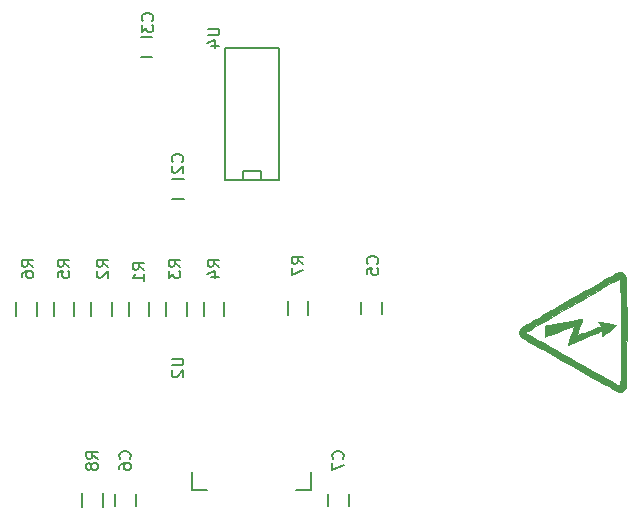
<source format=gbo>
G04 #@! TF.FileFunction,Legend,Bot*
%FSLAX46Y46*%
G04 Gerber Fmt 4.6, Leading zero omitted, Abs format (unit mm)*
G04 Created by KiCad (PCBNEW 4.0.2+e4-6225~38~ubuntu14.04.1-stable) date Sun 31 Jul 2016 09:36:03 AM CEST*
%MOMM*%
G01*
G04 APERTURE LIST*
%ADD10C,0.100000*%
%ADD11C,0.150000*%
%ADD12C,0.010000*%
%ADD13C,0.300000*%
G04 APERTURE END LIST*
D10*
D11*
X125595000Y-83781000D02*
X124595000Y-83781000D01*
X124595000Y-82081000D02*
X125595000Y-82081000D01*
X122928000Y-71716000D02*
X121928000Y-71716000D01*
X121928000Y-70016000D02*
X122928000Y-70016000D01*
X120918000Y-92491000D02*
X120918000Y-93691000D01*
X122668000Y-93691000D02*
X122668000Y-92491000D01*
X117743000Y-92491000D02*
X117743000Y-93691000D01*
X119493000Y-93691000D02*
X119493000Y-92491000D01*
X124093000Y-92491000D02*
X124093000Y-93691000D01*
X125843000Y-93691000D02*
X125843000Y-92491000D01*
X127268000Y-92491000D02*
X127268000Y-93691000D01*
X129018000Y-93691000D02*
X129018000Y-92491000D01*
X114568000Y-92491000D02*
X114568000Y-93691000D01*
X116318000Y-93691000D02*
X116318000Y-92491000D01*
X111393000Y-92491000D02*
X111393000Y-93691000D01*
X113143000Y-93691000D02*
X113143000Y-92491000D01*
X134380000Y-92364000D02*
X134380000Y-93564000D01*
X136130000Y-93564000D02*
X136130000Y-92364000D01*
X126318000Y-108371000D02*
X127568000Y-108371000D01*
X126318000Y-108371000D02*
X126318000Y-106871000D01*
X136318000Y-108371000D02*
X136318000Y-106871000D01*
X136318000Y-108371000D02*
X135068000Y-108371000D01*
X132080000Y-82169000D02*
X132080000Y-81407000D01*
X132080000Y-81407000D02*
X130556000Y-81407000D01*
X130556000Y-81407000D02*
X130556000Y-82169000D01*
X133604000Y-70993000D02*
X129032000Y-70993000D01*
X129032000Y-70993000D02*
X129032000Y-82169000D01*
X129032000Y-82169000D02*
X133604000Y-82169000D01*
X133604000Y-82169000D02*
X133604000Y-70993000D01*
X140628000Y-93464000D02*
X140628000Y-92464000D01*
X142328000Y-92464000D02*
X142328000Y-93464000D01*
X116981000Y-108620000D02*
X116981000Y-109820000D01*
X118731000Y-109820000D02*
X118731000Y-108620000D01*
X119800000Y-109720000D02*
X119800000Y-108720000D01*
X121500000Y-108720000D02*
X121500000Y-109720000D01*
X137834000Y-109720000D02*
X137834000Y-108720000D01*
X139534000Y-108720000D02*
X139534000Y-109720000D01*
D12*
G36*
X153988723Y-95152485D02*
X154044323Y-95292066D01*
X154156790Y-95429623D01*
X154328233Y-95568688D01*
X154549133Y-95706252D01*
X154634956Y-95754702D01*
X154769824Y-95830800D01*
X154947329Y-95930932D01*
X155161062Y-96051483D01*
X155404615Y-96188838D01*
X155671578Y-96339384D01*
X155955544Y-96499506D01*
X156250104Y-96665590D01*
X156379334Y-96738451D01*
X156671971Y-96903470D01*
X157010847Y-97094615D01*
X157386775Y-97306702D01*
X157790567Y-97534545D01*
X158213037Y-97772960D01*
X158644997Y-98016763D01*
X159077260Y-98260767D01*
X159500638Y-98499789D01*
X159905944Y-98728643D01*
X160084127Y-98829266D01*
X160432961Y-99025707D01*
X160767279Y-99212888D01*
X161082645Y-99388387D01*
X161374622Y-99549785D01*
X161638771Y-99694661D01*
X161870655Y-99820595D01*
X162065838Y-99925167D01*
X162219882Y-100005957D01*
X162328348Y-100060545D01*
X162386801Y-100086509D01*
X162391974Y-100088026D01*
X162574980Y-100099116D01*
X162743033Y-100051492D01*
X162887002Y-99949831D01*
X162997760Y-99798811D01*
X163011763Y-99770437D01*
X163018960Y-99750832D01*
X163025476Y-99722436D01*
X163031348Y-99682143D01*
X163036615Y-99626848D01*
X163041314Y-99553447D01*
X163045483Y-99458834D01*
X163049160Y-99339904D01*
X163052381Y-99193554D01*
X163055185Y-99016678D01*
X163057609Y-98806170D01*
X163059692Y-98558928D01*
X163061470Y-98271844D01*
X163062981Y-97941816D01*
X163064264Y-97565737D01*
X163065355Y-97140503D01*
X163066293Y-96663009D01*
X163067115Y-96130151D01*
X163067858Y-95538823D01*
X163068333Y-95107404D01*
X163068706Y-94571830D01*
X163068697Y-94052272D01*
X163068324Y-93552438D01*
X163067604Y-93076037D01*
X163066555Y-92626777D01*
X163065195Y-92208366D01*
X163063542Y-91824513D01*
X163061614Y-91478926D01*
X163059428Y-91175313D01*
X163057003Y-90917383D01*
X163054356Y-90708843D01*
X163051506Y-90553403D01*
X163048469Y-90454770D01*
X163045763Y-90418406D01*
X162981691Y-90229831D01*
X162874382Y-90086195D01*
X162749914Y-90001016D01*
X162606470Y-89947534D01*
X162519126Y-89942632D01*
X162519126Y-90478845D01*
X162540975Y-90479751D01*
X162541953Y-90480931D01*
X162545039Y-90517021D01*
X162547964Y-90612375D01*
X162550725Y-90762598D01*
X162553317Y-90963295D01*
X162555736Y-91210071D01*
X162557977Y-91498531D01*
X162560037Y-91824281D01*
X162561911Y-92182925D01*
X162563594Y-92570068D01*
X162565083Y-92981316D01*
X162566372Y-93412273D01*
X162567458Y-93858545D01*
X162568337Y-94315736D01*
X162569003Y-94779451D01*
X162569453Y-95245297D01*
X162569682Y-95708877D01*
X162569686Y-96165796D01*
X162569461Y-96611661D01*
X162569002Y-97042075D01*
X162568305Y-97452644D01*
X162567366Y-97838974D01*
X162566180Y-98196668D01*
X162564743Y-98521332D01*
X162563051Y-98808571D01*
X162561099Y-99053990D01*
X162558883Y-99253195D01*
X162556399Y-99401790D01*
X162553642Y-99495379D01*
X162550866Y-99529112D01*
X162513807Y-99572964D01*
X162491895Y-99579459D01*
X162484907Y-99579054D01*
X162475253Y-99576787D01*
X162460105Y-99571078D01*
X162436635Y-99560351D01*
X162402014Y-99543025D01*
X162353414Y-99517524D01*
X162288006Y-99482268D01*
X162202963Y-99435678D01*
X162095455Y-99376178D01*
X161962655Y-99302187D01*
X161801735Y-99212129D01*
X161609866Y-99104423D01*
X161384219Y-98977492D01*
X161121966Y-98829758D01*
X160820280Y-98659642D01*
X160476331Y-98465565D01*
X160087292Y-98245949D01*
X159650334Y-97999216D01*
X159162629Y-97723787D01*
X158814296Y-97527057D01*
X158423223Y-97306229D01*
X158029300Y-97083873D01*
X157638661Y-96863446D01*
X157257438Y-96648405D01*
X156891764Y-96442208D01*
X156547774Y-96248312D01*
X156231600Y-96070174D01*
X155949375Y-95911253D01*
X155707232Y-95775005D01*
X155511306Y-95664888D01*
X155432453Y-95620633D01*
X155180879Y-95478141D01*
X154964038Y-95352493D01*
X154786038Y-95246202D01*
X154650985Y-95161782D01*
X154562985Y-95101748D01*
X154526144Y-95068615D01*
X154525310Y-95065197D01*
X154554588Y-95033754D01*
X154628502Y-94979227D01*
X154735928Y-94909248D01*
X154865745Y-94831448D01*
X154867429Y-94830477D01*
X155039907Y-94731178D01*
X155260493Y-94604264D01*
X155522090Y-94453814D01*
X155817598Y-94283908D01*
X156139918Y-94098626D01*
X156481952Y-93902047D01*
X156836601Y-93698251D01*
X157196765Y-93491319D01*
X157555346Y-93285328D01*
X157905245Y-93084360D01*
X158239363Y-92892494D01*
X158511915Y-92736017D01*
X158786980Y-92578112D01*
X159104822Y-92395645D01*
X159453014Y-92195750D01*
X159819126Y-91985563D01*
X160190732Y-91772218D01*
X160555401Y-91562852D01*
X160900707Y-91364598D01*
X161086238Y-91258075D01*
X161420326Y-91066771D01*
X161703136Y-90906032D01*
X161938167Y-90773990D01*
X162128919Y-90668777D01*
X162278892Y-90588524D01*
X162391584Y-90531363D01*
X162470496Y-90495426D01*
X162519126Y-90478845D01*
X162519126Y-89942632D01*
X162476362Y-89940231D01*
X162344171Y-89972575D01*
X162297322Y-89994933D01*
X162198469Y-90047602D01*
X162047361Y-90130724D01*
X161843747Y-90244443D01*
X161587379Y-90388899D01*
X161278006Y-90564235D01*
X160915379Y-90770594D01*
X160499246Y-91008118D01*
X160029359Y-91276949D01*
X159505466Y-91577230D01*
X158927319Y-91909102D01*
X158294667Y-92272708D01*
X157607260Y-92668191D01*
X157572943Y-92687943D01*
X157412191Y-92780399D01*
X157205473Y-92899174D01*
X156962062Y-93038947D01*
X156691232Y-93194395D01*
X156402256Y-93360197D01*
X156104406Y-93531031D01*
X155806956Y-93701575D01*
X155631339Y-93802234D01*
X155362727Y-93956522D01*
X155108259Y-94103353D01*
X154873846Y-94239267D01*
X154665399Y-94360807D01*
X154488829Y-94464517D01*
X154350047Y-94546937D01*
X154254964Y-94604611D01*
X154210224Y-94633530D01*
X154134877Y-94708640D01*
X154062697Y-94810645D01*
X154039688Y-94853124D01*
X153987881Y-95007348D01*
X153988723Y-95152485D01*
X153988723Y-95152485D01*
G37*
X153988723Y-95152485D02*
X154044323Y-95292066D01*
X154156790Y-95429623D01*
X154328233Y-95568688D01*
X154549133Y-95706252D01*
X154634956Y-95754702D01*
X154769824Y-95830800D01*
X154947329Y-95930932D01*
X155161062Y-96051483D01*
X155404615Y-96188838D01*
X155671578Y-96339384D01*
X155955544Y-96499506D01*
X156250104Y-96665590D01*
X156379334Y-96738451D01*
X156671971Y-96903470D01*
X157010847Y-97094615D01*
X157386775Y-97306702D01*
X157790567Y-97534545D01*
X158213037Y-97772960D01*
X158644997Y-98016763D01*
X159077260Y-98260767D01*
X159500638Y-98499789D01*
X159905944Y-98728643D01*
X160084127Y-98829266D01*
X160432961Y-99025707D01*
X160767279Y-99212888D01*
X161082645Y-99388387D01*
X161374622Y-99549785D01*
X161638771Y-99694661D01*
X161870655Y-99820595D01*
X162065838Y-99925167D01*
X162219882Y-100005957D01*
X162328348Y-100060545D01*
X162386801Y-100086509D01*
X162391974Y-100088026D01*
X162574980Y-100099116D01*
X162743033Y-100051492D01*
X162887002Y-99949831D01*
X162997760Y-99798811D01*
X163011763Y-99770437D01*
X163018960Y-99750832D01*
X163025476Y-99722436D01*
X163031348Y-99682143D01*
X163036615Y-99626848D01*
X163041314Y-99553447D01*
X163045483Y-99458834D01*
X163049160Y-99339904D01*
X163052381Y-99193554D01*
X163055185Y-99016678D01*
X163057609Y-98806170D01*
X163059692Y-98558928D01*
X163061470Y-98271844D01*
X163062981Y-97941816D01*
X163064264Y-97565737D01*
X163065355Y-97140503D01*
X163066293Y-96663009D01*
X163067115Y-96130151D01*
X163067858Y-95538823D01*
X163068333Y-95107404D01*
X163068706Y-94571830D01*
X163068697Y-94052272D01*
X163068324Y-93552438D01*
X163067604Y-93076037D01*
X163066555Y-92626777D01*
X163065195Y-92208366D01*
X163063542Y-91824513D01*
X163061614Y-91478926D01*
X163059428Y-91175313D01*
X163057003Y-90917383D01*
X163054356Y-90708843D01*
X163051506Y-90553403D01*
X163048469Y-90454770D01*
X163045763Y-90418406D01*
X162981691Y-90229831D01*
X162874382Y-90086195D01*
X162749914Y-90001016D01*
X162606470Y-89947534D01*
X162519126Y-89942632D01*
X162519126Y-90478845D01*
X162540975Y-90479751D01*
X162541953Y-90480931D01*
X162545039Y-90517021D01*
X162547964Y-90612375D01*
X162550725Y-90762598D01*
X162553317Y-90963295D01*
X162555736Y-91210071D01*
X162557977Y-91498531D01*
X162560037Y-91824281D01*
X162561911Y-92182925D01*
X162563594Y-92570068D01*
X162565083Y-92981316D01*
X162566372Y-93412273D01*
X162567458Y-93858545D01*
X162568337Y-94315736D01*
X162569003Y-94779451D01*
X162569453Y-95245297D01*
X162569682Y-95708877D01*
X162569686Y-96165796D01*
X162569461Y-96611661D01*
X162569002Y-97042075D01*
X162568305Y-97452644D01*
X162567366Y-97838974D01*
X162566180Y-98196668D01*
X162564743Y-98521332D01*
X162563051Y-98808571D01*
X162561099Y-99053990D01*
X162558883Y-99253195D01*
X162556399Y-99401790D01*
X162553642Y-99495379D01*
X162550866Y-99529112D01*
X162513807Y-99572964D01*
X162491895Y-99579459D01*
X162484907Y-99579054D01*
X162475253Y-99576787D01*
X162460105Y-99571078D01*
X162436635Y-99560351D01*
X162402014Y-99543025D01*
X162353414Y-99517524D01*
X162288006Y-99482268D01*
X162202963Y-99435678D01*
X162095455Y-99376178D01*
X161962655Y-99302187D01*
X161801735Y-99212129D01*
X161609866Y-99104423D01*
X161384219Y-98977492D01*
X161121966Y-98829758D01*
X160820280Y-98659642D01*
X160476331Y-98465565D01*
X160087292Y-98245949D01*
X159650334Y-97999216D01*
X159162629Y-97723787D01*
X158814296Y-97527057D01*
X158423223Y-97306229D01*
X158029300Y-97083873D01*
X157638661Y-96863446D01*
X157257438Y-96648405D01*
X156891764Y-96442208D01*
X156547774Y-96248312D01*
X156231600Y-96070174D01*
X155949375Y-95911253D01*
X155707232Y-95775005D01*
X155511306Y-95664888D01*
X155432453Y-95620633D01*
X155180879Y-95478141D01*
X154964038Y-95352493D01*
X154786038Y-95246202D01*
X154650985Y-95161782D01*
X154562985Y-95101748D01*
X154526144Y-95068615D01*
X154525310Y-95065197D01*
X154554588Y-95033754D01*
X154628502Y-94979227D01*
X154735928Y-94909248D01*
X154865745Y-94831448D01*
X154867429Y-94830477D01*
X155039907Y-94731178D01*
X155260493Y-94604264D01*
X155522090Y-94453814D01*
X155817598Y-94283908D01*
X156139918Y-94098626D01*
X156481952Y-93902047D01*
X156836601Y-93698251D01*
X157196765Y-93491319D01*
X157555346Y-93285328D01*
X157905245Y-93084360D01*
X158239363Y-92892494D01*
X158511915Y-92736017D01*
X158786980Y-92578112D01*
X159104822Y-92395645D01*
X159453014Y-92195750D01*
X159819126Y-91985563D01*
X160190732Y-91772218D01*
X160555401Y-91562852D01*
X160900707Y-91364598D01*
X161086238Y-91258075D01*
X161420326Y-91066771D01*
X161703136Y-90906032D01*
X161938167Y-90773990D01*
X162128919Y-90668777D01*
X162278892Y-90588524D01*
X162391584Y-90531363D01*
X162470496Y-90495426D01*
X162519126Y-90478845D01*
X162519126Y-89942632D01*
X162476362Y-89940231D01*
X162344171Y-89972575D01*
X162297322Y-89994933D01*
X162198469Y-90047602D01*
X162047361Y-90130724D01*
X161843747Y-90244443D01*
X161587379Y-90388899D01*
X161278006Y-90564235D01*
X160915379Y-90770594D01*
X160499246Y-91008118D01*
X160029359Y-91276949D01*
X159505466Y-91577230D01*
X158927319Y-91909102D01*
X158294667Y-92272708D01*
X157607260Y-92668191D01*
X157572943Y-92687943D01*
X157412191Y-92780399D01*
X157205473Y-92899174D01*
X156962062Y-93038947D01*
X156691232Y-93194395D01*
X156402256Y-93360197D01*
X156104406Y-93531031D01*
X155806956Y-93701575D01*
X155631339Y-93802234D01*
X155362727Y-93956522D01*
X155108259Y-94103353D01*
X154873846Y-94239267D01*
X154665399Y-94360807D01*
X154488829Y-94464517D01*
X154350047Y-94546937D01*
X154254964Y-94604611D01*
X154210224Y-94633530D01*
X154134877Y-94708640D01*
X154062697Y-94810645D01*
X154039688Y-94853124D01*
X153987881Y-95007348D01*
X153988723Y-95152485D01*
G36*
X156174319Y-95113171D02*
X156179481Y-95250580D01*
X156187227Y-95351413D01*
X156196852Y-95404455D01*
X156201225Y-95409785D01*
X156236670Y-95398753D01*
X156324554Y-95367388D01*
X156457929Y-95318283D01*
X156629848Y-95254033D01*
X156833362Y-95177234D01*
X157061524Y-95090479D01*
X157275473Y-95008614D01*
X157607747Y-94881276D01*
X157885061Y-94775398D01*
X158111788Y-94689373D01*
X158292300Y-94621593D01*
X158430970Y-94570449D01*
X158532170Y-94534334D01*
X158600273Y-94511638D01*
X158639651Y-94500753D01*
X158654677Y-94500071D01*
X158655148Y-94501136D01*
X158644698Y-94532750D01*
X158615248Y-94616215D01*
X158569652Y-94743595D01*
X158510762Y-94906950D01*
X158441430Y-95098342D01*
X158367858Y-95300645D01*
X158291428Y-95512183D01*
X158223311Y-95704104D01*
X158166284Y-95868307D01*
X158123122Y-95996694D01*
X158096601Y-96081163D01*
X158089349Y-96113357D01*
X158120104Y-96111351D01*
X158196712Y-96087343D01*
X158307015Y-96045549D01*
X158416427Y-95999949D01*
X158519855Y-95955232D01*
X158672711Y-95889135D01*
X158865998Y-95805551D01*
X159090714Y-95708370D01*
X159337861Y-95601485D01*
X159598440Y-95488788D01*
X159846656Y-95381434D01*
X160096243Y-95273771D01*
X160327628Y-95174508D01*
X160534283Y-95086407D01*
X160709675Y-95012225D01*
X160847275Y-94954724D01*
X160940551Y-94916664D01*
X160982974Y-94900805D01*
X160984563Y-94900512D01*
X160996978Y-94929740D01*
X161006162Y-95007055D01*
X161010423Y-95116903D01*
X161010537Y-95139234D01*
X161012183Y-95253351D01*
X161016536Y-95337764D01*
X161022721Y-95376916D01*
X161023976Y-95377955D01*
X161053034Y-95358924D01*
X161122739Y-95306425D01*
X161224511Y-95227351D01*
X161349766Y-95128594D01*
X161489922Y-95017046D01*
X161636399Y-94899601D01*
X161780614Y-94783150D01*
X161913984Y-94674586D01*
X162027929Y-94580802D01*
X162113866Y-94508689D01*
X162163213Y-94465141D01*
X162171352Y-94456458D01*
X162173245Y-94425882D01*
X162163616Y-94423068D01*
X162125700Y-94416906D01*
X162034374Y-94399598D01*
X161898563Y-94372911D01*
X161727192Y-94338611D01*
X161529186Y-94298465D01*
X161382878Y-94268522D01*
X161172222Y-94226464D01*
X160986907Y-94191816D01*
X160834794Y-94165861D01*
X160723746Y-94149883D01*
X160661624Y-94145164D01*
X160651407Y-94149161D01*
X160680362Y-94191574D01*
X160735339Y-94267586D01*
X160798136Y-94352295D01*
X160859519Y-94439836D01*
X160898499Y-94506560D01*
X160906665Y-94537549D01*
X160872393Y-94553880D01*
X160787448Y-94588496D01*
X160660182Y-94638294D01*
X160498944Y-94700172D01*
X160312085Y-94771026D01*
X160107955Y-94847754D01*
X159894905Y-94927251D01*
X159681284Y-95006416D01*
X159475443Y-95082145D01*
X159285733Y-95151334D01*
X159120504Y-95210882D01*
X158988105Y-95257684D01*
X158896888Y-95288637D01*
X158855202Y-95300639D01*
X158853563Y-95300513D01*
X158860125Y-95268269D01*
X158885378Y-95184757D01*
X158926475Y-95058614D01*
X158980571Y-94898480D01*
X159044820Y-94712991D01*
X159081006Y-94610204D01*
X159149513Y-94415230D01*
X159209622Y-94241417D01*
X159258444Y-94097346D01*
X159293092Y-93991602D01*
X159310674Y-93932767D01*
X159312120Y-93923566D01*
X159279835Y-93926844D01*
X159192563Y-93940313D01*
X159057930Y-93962671D01*
X158883565Y-93992619D01*
X158677093Y-94028856D01*
X158446142Y-94070082D01*
X158334684Y-94090200D01*
X158060764Y-94139727D01*
X157777122Y-94190861D01*
X157498094Y-94241027D01*
X157238013Y-94287653D01*
X157011215Y-94328165D01*
X156832034Y-94359989D01*
X156824948Y-94361241D01*
X156643557Y-94393696D01*
X156481365Y-94423478D01*
X156349913Y-94448408D01*
X156260744Y-94466307D01*
X156228143Y-94473931D01*
X156206183Y-94486655D01*
X156190829Y-94515655D01*
X156180930Y-94570778D01*
X156175336Y-94661867D01*
X156172896Y-94798768D01*
X156172442Y-94950401D01*
X156174319Y-95113171D01*
X156174319Y-95113171D01*
G37*
X156174319Y-95113171D02*
X156179481Y-95250580D01*
X156187227Y-95351413D01*
X156196852Y-95404455D01*
X156201225Y-95409785D01*
X156236670Y-95398753D01*
X156324554Y-95367388D01*
X156457929Y-95318283D01*
X156629848Y-95254033D01*
X156833362Y-95177234D01*
X157061524Y-95090479D01*
X157275473Y-95008614D01*
X157607747Y-94881276D01*
X157885061Y-94775398D01*
X158111788Y-94689373D01*
X158292300Y-94621593D01*
X158430970Y-94570449D01*
X158532170Y-94534334D01*
X158600273Y-94511638D01*
X158639651Y-94500753D01*
X158654677Y-94500071D01*
X158655148Y-94501136D01*
X158644698Y-94532750D01*
X158615248Y-94616215D01*
X158569652Y-94743595D01*
X158510762Y-94906950D01*
X158441430Y-95098342D01*
X158367858Y-95300645D01*
X158291428Y-95512183D01*
X158223311Y-95704104D01*
X158166284Y-95868307D01*
X158123122Y-95996694D01*
X158096601Y-96081163D01*
X158089349Y-96113357D01*
X158120104Y-96111351D01*
X158196712Y-96087343D01*
X158307015Y-96045549D01*
X158416427Y-95999949D01*
X158519855Y-95955232D01*
X158672711Y-95889135D01*
X158865998Y-95805551D01*
X159090714Y-95708370D01*
X159337861Y-95601485D01*
X159598440Y-95488788D01*
X159846656Y-95381434D01*
X160096243Y-95273771D01*
X160327628Y-95174508D01*
X160534283Y-95086407D01*
X160709675Y-95012225D01*
X160847275Y-94954724D01*
X160940551Y-94916664D01*
X160982974Y-94900805D01*
X160984563Y-94900512D01*
X160996978Y-94929740D01*
X161006162Y-95007055D01*
X161010423Y-95116903D01*
X161010537Y-95139234D01*
X161012183Y-95253351D01*
X161016536Y-95337764D01*
X161022721Y-95376916D01*
X161023976Y-95377955D01*
X161053034Y-95358924D01*
X161122739Y-95306425D01*
X161224511Y-95227351D01*
X161349766Y-95128594D01*
X161489922Y-95017046D01*
X161636399Y-94899601D01*
X161780614Y-94783150D01*
X161913984Y-94674586D01*
X162027929Y-94580802D01*
X162113866Y-94508689D01*
X162163213Y-94465141D01*
X162171352Y-94456458D01*
X162173245Y-94425882D01*
X162163616Y-94423068D01*
X162125700Y-94416906D01*
X162034374Y-94399598D01*
X161898563Y-94372911D01*
X161727192Y-94338611D01*
X161529186Y-94298465D01*
X161382878Y-94268522D01*
X161172222Y-94226464D01*
X160986907Y-94191816D01*
X160834794Y-94165861D01*
X160723746Y-94149883D01*
X160661624Y-94145164D01*
X160651407Y-94149161D01*
X160680362Y-94191574D01*
X160735339Y-94267586D01*
X160798136Y-94352295D01*
X160859519Y-94439836D01*
X160898499Y-94506560D01*
X160906665Y-94537549D01*
X160872393Y-94553880D01*
X160787448Y-94588496D01*
X160660182Y-94638294D01*
X160498944Y-94700172D01*
X160312085Y-94771026D01*
X160107955Y-94847754D01*
X159894905Y-94927251D01*
X159681284Y-95006416D01*
X159475443Y-95082145D01*
X159285733Y-95151334D01*
X159120504Y-95210882D01*
X158988105Y-95257684D01*
X158896888Y-95288637D01*
X158855202Y-95300639D01*
X158853563Y-95300513D01*
X158860125Y-95268269D01*
X158885378Y-95184757D01*
X158926475Y-95058614D01*
X158980571Y-94898480D01*
X159044820Y-94712991D01*
X159081006Y-94610204D01*
X159149513Y-94415230D01*
X159209622Y-94241417D01*
X159258444Y-94097346D01*
X159293092Y-93991602D01*
X159310674Y-93932767D01*
X159312120Y-93923566D01*
X159279835Y-93926844D01*
X159192563Y-93940313D01*
X159057930Y-93962671D01*
X158883565Y-93992619D01*
X158677093Y-94028856D01*
X158446142Y-94070082D01*
X158334684Y-94090200D01*
X158060764Y-94139727D01*
X157777122Y-94190861D01*
X157498094Y-94241027D01*
X157238013Y-94287653D01*
X157011215Y-94328165D01*
X156832034Y-94359989D01*
X156824948Y-94361241D01*
X156643557Y-94393696D01*
X156481365Y-94423478D01*
X156349913Y-94448408D01*
X156260744Y-94466307D01*
X156228143Y-94473931D01*
X156206183Y-94486655D01*
X156190829Y-94515655D01*
X156180930Y-94570778D01*
X156175336Y-94661867D01*
X156172896Y-94798768D01*
X156172442Y-94950401D01*
X156174319Y-95113171D01*
D11*
X125452143Y-80605334D02*
X125499762Y-80557715D01*
X125547381Y-80414858D01*
X125547381Y-80319620D01*
X125499762Y-80176762D01*
X125404524Y-80081524D01*
X125309286Y-80033905D01*
X125118810Y-79986286D01*
X124975952Y-79986286D01*
X124785476Y-80033905D01*
X124690238Y-80081524D01*
X124595000Y-80176762D01*
X124547381Y-80319620D01*
X124547381Y-80414858D01*
X124595000Y-80557715D01*
X124642619Y-80605334D01*
X124642619Y-80986286D02*
X124595000Y-81033905D01*
X124547381Y-81129143D01*
X124547381Y-81367239D01*
X124595000Y-81462477D01*
X124642619Y-81510096D01*
X124737857Y-81557715D01*
X124833095Y-81557715D01*
X124975952Y-81510096D01*
X125547381Y-80938667D01*
X125547381Y-81557715D01*
X122912143Y-68667334D02*
X122959762Y-68619715D01*
X123007381Y-68476858D01*
X123007381Y-68381620D01*
X122959762Y-68238762D01*
X122864524Y-68143524D01*
X122769286Y-68095905D01*
X122578810Y-68048286D01*
X122435952Y-68048286D01*
X122245476Y-68095905D01*
X122150238Y-68143524D01*
X122055000Y-68238762D01*
X122007381Y-68381620D01*
X122007381Y-68476858D01*
X122055000Y-68619715D01*
X122102619Y-68667334D01*
X122007381Y-69000667D02*
X122007381Y-69619715D01*
X122388333Y-69286381D01*
X122388333Y-69429239D01*
X122435952Y-69524477D01*
X122483571Y-69572096D01*
X122578810Y-69619715D01*
X122816905Y-69619715D01*
X122912143Y-69572096D01*
X122959762Y-69524477D01*
X123007381Y-69429239D01*
X123007381Y-69143524D01*
X122959762Y-69048286D01*
X122912143Y-69000667D01*
X122245381Y-89749334D02*
X121769190Y-89416000D01*
X122245381Y-89177905D02*
X121245381Y-89177905D01*
X121245381Y-89558858D01*
X121293000Y-89654096D01*
X121340619Y-89701715D01*
X121435857Y-89749334D01*
X121578714Y-89749334D01*
X121673952Y-89701715D01*
X121721571Y-89654096D01*
X121769190Y-89558858D01*
X121769190Y-89177905D01*
X122245381Y-90701715D02*
X122245381Y-90130286D01*
X122245381Y-90416000D02*
X121245381Y-90416000D01*
X121388238Y-90320762D01*
X121483476Y-90225524D01*
X121531095Y-90130286D01*
X119197381Y-89495334D02*
X118721190Y-89162000D01*
X119197381Y-88923905D02*
X118197381Y-88923905D01*
X118197381Y-89304858D01*
X118245000Y-89400096D01*
X118292619Y-89447715D01*
X118387857Y-89495334D01*
X118530714Y-89495334D01*
X118625952Y-89447715D01*
X118673571Y-89400096D01*
X118721190Y-89304858D01*
X118721190Y-88923905D01*
X118292619Y-89876286D02*
X118245000Y-89923905D01*
X118197381Y-90019143D01*
X118197381Y-90257239D01*
X118245000Y-90352477D01*
X118292619Y-90400096D01*
X118387857Y-90447715D01*
X118483095Y-90447715D01*
X118625952Y-90400096D01*
X119197381Y-89828667D01*
X119197381Y-90447715D01*
X125293381Y-89495334D02*
X124817190Y-89162000D01*
X125293381Y-88923905D02*
X124293381Y-88923905D01*
X124293381Y-89304858D01*
X124341000Y-89400096D01*
X124388619Y-89447715D01*
X124483857Y-89495334D01*
X124626714Y-89495334D01*
X124721952Y-89447715D01*
X124769571Y-89400096D01*
X124817190Y-89304858D01*
X124817190Y-88923905D01*
X124293381Y-89828667D02*
X124293381Y-90447715D01*
X124674333Y-90114381D01*
X124674333Y-90257239D01*
X124721952Y-90352477D01*
X124769571Y-90400096D01*
X124864810Y-90447715D01*
X125102905Y-90447715D01*
X125198143Y-90400096D01*
X125245762Y-90352477D01*
X125293381Y-90257239D01*
X125293381Y-89971524D01*
X125245762Y-89876286D01*
X125198143Y-89828667D01*
X128595381Y-89495334D02*
X128119190Y-89162000D01*
X128595381Y-88923905D02*
X127595381Y-88923905D01*
X127595381Y-89304858D01*
X127643000Y-89400096D01*
X127690619Y-89447715D01*
X127785857Y-89495334D01*
X127928714Y-89495334D01*
X128023952Y-89447715D01*
X128071571Y-89400096D01*
X128119190Y-89304858D01*
X128119190Y-88923905D01*
X127928714Y-90352477D02*
X128595381Y-90352477D01*
X127547762Y-90114381D02*
X128262048Y-89876286D01*
X128262048Y-90495334D01*
X115895381Y-89495334D02*
X115419190Y-89162000D01*
X115895381Y-88923905D02*
X114895381Y-88923905D01*
X114895381Y-89304858D01*
X114943000Y-89400096D01*
X114990619Y-89447715D01*
X115085857Y-89495334D01*
X115228714Y-89495334D01*
X115323952Y-89447715D01*
X115371571Y-89400096D01*
X115419190Y-89304858D01*
X115419190Y-88923905D01*
X114895381Y-90400096D02*
X114895381Y-89923905D01*
X115371571Y-89876286D01*
X115323952Y-89923905D01*
X115276333Y-90019143D01*
X115276333Y-90257239D01*
X115323952Y-90352477D01*
X115371571Y-90400096D01*
X115466810Y-90447715D01*
X115704905Y-90447715D01*
X115800143Y-90400096D01*
X115847762Y-90352477D01*
X115895381Y-90257239D01*
X115895381Y-90019143D01*
X115847762Y-89923905D01*
X115800143Y-89876286D01*
X112847381Y-89495334D02*
X112371190Y-89162000D01*
X112847381Y-88923905D02*
X111847381Y-88923905D01*
X111847381Y-89304858D01*
X111895000Y-89400096D01*
X111942619Y-89447715D01*
X112037857Y-89495334D01*
X112180714Y-89495334D01*
X112275952Y-89447715D01*
X112323571Y-89400096D01*
X112371190Y-89304858D01*
X112371190Y-88923905D01*
X111847381Y-90352477D02*
X111847381Y-90162000D01*
X111895000Y-90066762D01*
X111942619Y-90019143D01*
X112085476Y-89923905D01*
X112275952Y-89876286D01*
X112656905Y-89876286D01*
X112752143Y-89923905D01*
X112799762Y-89971524D01*
X112847381Y-90066762D01*
X112847381Y-90257239D01*
X112799762Y-90352477D01*
X112752143Y-90400096D01*
X112656905Y-90447715D01*
X112418810Y-90447715D01*
X112323571Y-90400096D01*
X112275952Y-90352477D01*
X112228333Y-90257239D01*
X112228333Y-90066762D01*
X112275952Y-89971524D01*
X112323571Y-89923905D01*
X112418810Y-89876286D01*
X135707381Y-89241334D02*
X135231190Y-88908000D01*
X135707381Y-88669905D02*
X134707381Y-88669905D01*
X134707381Y-89050858D01*
X134755000Y-89146096D01*
X134802619Y-89193715D01*
X134897857Y-89241334D01*
X135040714Y-89241334D01*
X135135952Y-89193715D01*
X135183571Y-89146096D01*
X135231190Y-89050858D01*
X135231190Y-88669905D01*
X134707381Y-89574667D02*
X134707381Y-90241334D01*
X135707381Y-89812762D01*
X124547381Y-97282095D02*
X125356905Y-97282095D01*
X125452143Y-97329714D01*
X125499762Y-97377333D01*
X125547381Y-97472571D01*
X125547381Y-97663048D01*
X125499762Y-97758286D01*
X125452143Y-97805905D01*
X125356905Y-97853524D01*
X124547381Y-97853524D01*
X124642619Y-98282095D02*
X124595000Y-98329714D01*
X124547381Y-98424952D01*
X124547381Y-98663048D01*
X124595000Y-98758286D01*
X124642619Y-98805905D01*
X124737857Y-98853524D01*
X124833095Y-98853524D01*
X124975952Y-98805905D01*
X125547381Y-98234476D01*
X125547381Y-98853524D01*
X127595381Y-69342095D02*
X128404905Y-69342095D01*
X128500143Y-69389714D01*
X128547762Y-69437333D01*
X128595381Y-69532571D01*
X128595381Y-69723048D01*
X128547762Y-69818286D01*
X128500143Y-69865905D01*
X128404905Y-69913524D01*
X127595381Y-69913524D01*
X127928714Y-70818286D02*
X128595381Y-70818286D01*
X127547762Y-70580190D02*
X128262048Y-70342095D01*
X128262048Y-70961143D01*
X141962143Y-89241334D02*
X142009762Y-89193715D01*
X142057381Y-89050858D01*
X142057381Y-88955620D01*
X142009762Y-88812762D01*
X141914524Y-88717524D01*
X141819286Y-88669905D01*
X141628810Y-88622286D01*
X141485952Y-88622286D01*
X141295476Y-88669905D01*
X141200238Y-88717524D01*
X141105000Y-88812762D01*
X141057381Y-88955620D01*
X141057381Y-89050858D01*
X141105000Y-89193715D01*
X141152619Y-89241334D01*
X141057381Y-90146096D02*
X141057381Y-89669905D01*
X141533571Y-89622286D01*
X141485952Y-89669905D01*
X141438333Y-89765143D01*
X141438333Y-90003239D01*
X141485952Y-90098477D01*
X141533571Y-90146096D01*
X141628810Y-90193715D01*
X141866905Y-90193715D01*
X141962143Y-90146096D01*
X142009762Y-90098477D01*
X142057381Y-90003239D01*
X142057381Y-89765143D01*
X142009762Y-89669905D01*
X141962143Y-89622286D01*
X118308381Y-105751334D02*
X117832190Y-105418000D01*
X118308381Y-105179905D02*
X117308381Y-105179905D01*
X117308381Y-105560858D01*
X117356000Y-105656096D01*
X117403619Y-105703715D01*
X117498857Y-105751334D01*
X117641714Y-105751334D01*
X117736952Y-105703715D01*
X117784571Y-105656096D01*
X117832190Y-105560858D01*
X117832190Y-105179905D01*
X117736952Y-106322762D02*
X117689333Y-106227524D01*
X117641714Y-106179905D01*
X117546476Y-106132286D01*
X117498857Y-106132286D01*
X117403619Y-106179905D01*
X117356000Y-106227524D01*
X117308381Y-106322762D01*
X117308381Y-106513239D01*
X117356000Y-106608477D01*
X117403619Y-106656096D01*
X117498857Y-106703715D01*
X117546476Y-106703715D01*
X117641714Y-106656096D01*
X117689333Y-106608477D01*
X117736952Y-106513239D01*
X117736952Y-106322762D01*
X117784571Y-106227524D01*
X117832190Y-106179905D01*
X117927429Y-106132286D01*
X118117905Y-106132286D01*
X118213143Y-106179905D01*
X118260762Y-106227524D01*
X118308381Y-106322762D01*
X118308381Y-106513239D01*
X118260762Y-106608477D01*
X118213143Y-106656096D01*
X118117905Y-106703715D01*
X117927429Y-106703715D01*
X117832190Y-106656096D01*
X117784571Y-106608477D01*
X117736952Y-106513239D01*
X121007143Y-105751334D02*
X121054762Y-105703715D01*
X121102381Y-105560858D01*
X121102381Y-105465620D01*
X121054762Y-105322762D01*
X120959524Y-105227524D01*
X120864286Y-105179905D01*
X120673810Y-105132286D01*
X120530952Y-105132286D01*
X120340476Y-105179905D01*
X120245238Y-105227524D01*
X120150000Y-105322762D01*
X120102381Y-105465620D01*
X120102381Y-105560858D01*
X120150000Y-105703715D01*
X120197619Y-105751334D01*
X120102381Y-106608477D02*
X120102381Y-106418000D01*
X120150000Y-106322762D01*
X120197619Y-106275143D01*
X120340476Y-106179905D01*
X120530952Y-106132286D01*
X120911905Y-106132286D01*
X121007143Y-106179905D01*
X121054762Y-106227524D01*
X121102381Y-106322762D01*
X121102381Y-106513239D01*
X121054762Y-106608477D01*
X121007143Y-106656096D01*
X120911905Y-106703715D01*
X120673810Y-106703715D01*
X120578571Y-106656096D01*
X120530952Y-106608477D01*
X120483333Y-106513239D01*
X120483333Y-106322762D01*
X120530952Y-106227524D01*
X120578571Y-106179905D01*
X120673810Y-106132286D01*
X139041143Y-105751334D02*
X139088762Y-105703715D01*
X139136381Y-105560858D01*
X139136381Y-105465620D01*
X139088762Y-105322762D01*
X138993524Y-105227524D01*
X138898286Y-105179905D01*
X138707810Y-105132286D01*
X138564952Y-105132286D01*
X138374476Y-105179905D01*
X138279238Y-105227524D01*
X138184000Y-105322762D01*
X138136381Y-105465620D01*
X138136381Y-105560858D01*
X138184000Y-105703715D01*
X138231619Y-105751334D01*
X138136381Y-106084667D02*
X138136381Y-106751334D01*
X139136381Y-106322762D01*
D13*
M02*

</source>
